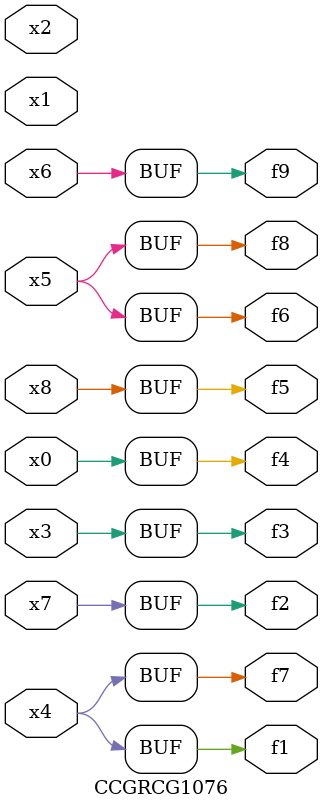
<source format=v>
module CCGRCG1076(
	input x0, x1, x2, x3, x4, x5, x6, x7, x8,
	output f1, f2, f3, f4, f5, f6, f7, f8, f9
);
	assign f1 = x4;
	assign f2 = x7;
	assign f3 = x3;
	assign f4 = x0;
	assign f5 = x8;
	assign f6 = x5;
	assign f7 = x4;
	assign f8 = x5;
	assign f9 = x6;
endmodule

</source>
